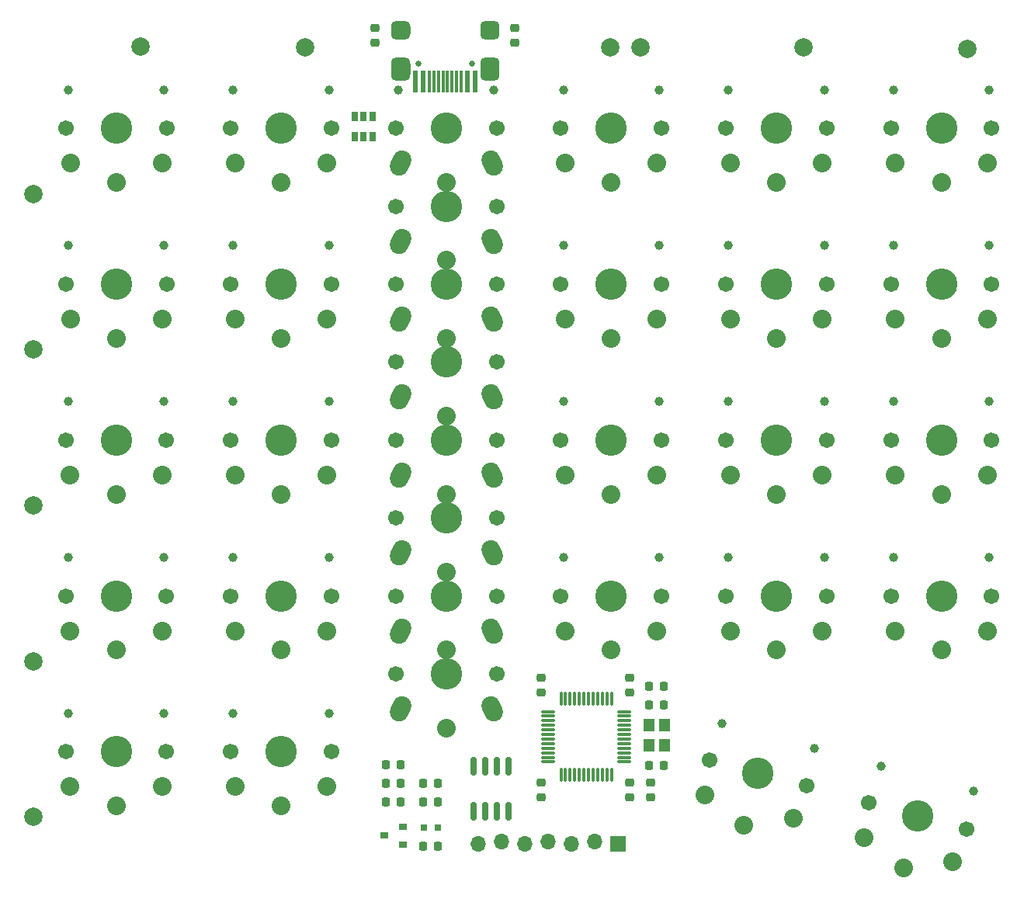
<source format=gbr>
%TF.GenerationSoftware,KiCad,Pcbnew,5.99.0-unknown-3de60231db~128~ubuntu21.04.1*%
%TF.CreationDate,2021-05-22T07:34:53+02:00*%
%TF.ProjectId,dzzy,647a7a79-2e6b-4696-9361-645f70636258,rev?*%
%TF.SameCoordinates,Original*%
%TF.FileFunction,Soldermask,Top*%
%TF.FilePolarity,Negative*%
%FSLAX46Y46*%
G04 Gerber Fmt 4.6, Leading zero omitted, Abs format (unit mm)*
G04 Created by KiCad (PCBNEW 5.99.0-unknown-3de60231db~128~ubuntu21.04.1) date 2021-05-22 07:34:53*
%MOMM*%
%LPD*%
G01*
G04 APERTURE LIST*
G04 Aperture macros list*
%AMRoundRect*
0 Rectangle with rounded corners*
0 $1 Rounding radius*
0 $2 $3 $4 $5 $6 $7 $8 $9 X,Y pos of 4 corners*
0 Add a 4 corners polygon primitive as box body*
4,1,4,$2,$3,$4,$5,$6,$7,$8,$9,$2,$3,0*
0 Add four circle primitives for the rounded corners*
1,1,$1+$1,$2,$3*
1,1,$1+$1,$4,$5*
1,1,$1+$1,$6,$7*
1,1,$1+$1,$8,$9*
0 Add four rect primitives between the rounded corners*
20,1,$1+$1,$2,$3,$4,$5,0*
20,1,$1+$1,$4,$5,$6,$7,0*
20,1,$1+$1,$6,$7,$8,$9,0*
20,1,$1+$1,$8,$9,$2,$3,0*%
%AMHorizOval*
0 Thick line with rounded ends*
0 $1 width*
0 $2 $3 position (X,Y) of the first rounded end (center of the circle)*
0 $4 $5 position (X,Y) of the second rounded end (center of the circle)*
0 Add line between two ends*
20,1,$1,$2,$3,$4,$5,0*
0 Add two circle primitives to create the rounded ends*
1,1,$1,$2,$3*
1,1,$1,$4,$5*%
G04 Aperture macros list end*
%ADD10R,0.650000X1.060000*%
%ADD11C,0.990600*%
%ADD12C,1.701800*%
%ADD13C,3.429000*%
%ADD14C,2.032000*%
%ADD15HorizOval,2.032000X-0.162285X0.348022X0.162285X-0.348022X0*%
%ADD16HorizOval,2.032000X-0.162285X-0.348022X0.162285X0.348022X0*%
%ADD17RoundRect,0.218750X-0.256250X0.218750X-0.256250X-0.218750X0.256250X-0.218750X0.256250X0.218750X0*%
%ADD18RoundRect,0.218750X0.256250X-0.218750X0.256250X0.218750X-0.256250X0.218750X-0.256250X-0.218750X0*%
%ADD19RoundRect,0.218750X-0.218750X-0.256250X0.218750X-0.256250X0.218750X0.256250X-0.218750X0.256250X0*%
%ADD20RoundRect,0.150000X0.150000X-0.825000X0.150000X0.825000X-0.150000X0.825000X-0.150000X-0.825000X0*%
%ADD21RoundRect,0.218750X0.218750X0.256250X-0.218750X0.256250X-0.218750X-0.256250X0.218750X-0.256250X0*%
%ADD22C,2.000000*%
%ADD23R,1.700000X1.700000*%
%ADD24O,1.700000X1.700000*%
%ADD25R,1.200000X1.400000*%
%ADD26C,0.650000*%
%ADD27R,0.570000X2.450000*%
%ADD28R,0.300000X2.450000*%
%ADD29O,1.000000X2.100000*%
%ADD30RoundRect,0.500000X0.550000X0.500000X-0.550000X0.500000X-0.550000X-0.500000X0.550000X-0.500000X0*%
%ADD31RoundRect,0.525000X0.525000X0.725000X-0.525000X0.725000X-0.525000X-0.725000X0.525000X-0.725000X0*%
%ADD32O,1.000000X1.600000*%
%ADD33RoundRect,0.075000X0.075000X0.662500X-0.075000X0.662500X-0.075000X-0.662500X0.075000X-0.662500X0*%
%ADD34RoundRect,0.075000X0.662500X0.075000X-0.662500X0.075000X-0.662500X-0.075000X0.662500X-0.075000X0*%
%ADD35R,0.900000X0.800000*%
%ADD36R,0.797560X0.797560*%
G04 APERTURE END LIST*
D10*
%TO.C,U1*%
X87746800Y-33866000D03*
X88696800Y-33866000D03*
X89646800Y-33866000D03*
X89646800Y-31666000D03*
X88696800Y-31666000D03*
X87746800Y-31666000D03*
%TD*%
D11*
%TO.C,S11*%
X102920000Y-28800000D03*
D12*
X103200000Y-33000000D03*
D11*
X92480000Y-28800000D03*
D12*
X103200000Y-41500000D03*
D13*
X97700000Y-41500000D03*
X97700000Y-33000000D03*
D12*
X92200000Y-41500000D03*
X92200000Y-33000000D03*
D14*
X97700000Y-47400000D03*
X97700000Y-38900000D03*
D15*
X102700000Y-36800000D03*
D16*
X92700000Y-36800000D03*
D15*
X102700000Y-45300000D03*
D16*
X92700000Y-45300000D03*
%TD*%
D17*
%TO.C,C7*%
X108077000Y-104368500D03*
X108077000Y-105943500D03*
%TD*%
D12*
%TO.C,S20*%
X128200000Y-50000000D03*
D13*
X133700000Y-50000000D03*
D12*
X139200000Y-50000000D03*
D11*
X128480000Y-45800000D03*
X138920000Y-45800000D03*
D14*
X133700000Y-55900000D03*
X138700000Y-53800000D03*
X128700000Y-53800000D03*
%TD*%
D18*
%TO.C,R4*%
X89916000Y-23647500D03*
X89916000Y-22072500D03*
%TD*%
D19*
%TO.C,C13*%
X95224500Y-106426000D03*
X96799500Y-106426000D03*
%TD*%
D20*
%TO.C,U3*%
X100711000Y-107504000D03*
X101981000Y-107504000D03*
X103251000Y-107504000D03*
X104521000Y-107504000D03*
X104521000Y-102554000D03*
X103251000Y-102554000D03*
X101981000Y-102554000D03*
X100711000Y-102554000D03*
%TD*%
D12*
%TO.C,S25*%
X146200000Y-50000000D03*
D13*
X151700000Y-50000000D03*
D11*
X156920000Y-45800000D03*
X146480000Y-45800000D03*
D12*
X157200000Y-50000000D03*
D14*
X151700000Y-55900000D03*
X146700000Y-53800000D03*
X156700000Y-53800000D03*
%TD*%
D21*
%TO.C,R2*%
X95224500Y-104394000D03*
X96799500Y-104394000D03*
%TD*%
D11*
%TO.C,S10*%
X84920000Y-96800000D03*
D13*
X79700000Y-101000000D03*
D11*
X74480000Y-96800000D03*
D12*
X85200000Y-101000000D03*
X74200000Y-101000000D03*
D14*
X79700000Y-106900000D03*
X84700000Y-104800000D03*
X74700000Y-104800000D03*
%TD*%
D13*
%TO.C,S13*%
X97700000Y-75500000D03*
D12*
X92200000Y-75500000D03*
D13*
X97700000Y-67000000D03*
D12*
X92200000Y-67000000D03*
X103200000Y-75500000D03*
X103200000Y-67000000D03*
D14*
X97700000Y-72900000D03*
X97700000Y-81400000D03*
D16*
X92700000Y-70800000D03*
D15*
X102700000Y-70800000D03*
D16*
X92700000Y-79300000D03*
D15*
X102700000Y-79300000D03*
%TD*%
D12*
%TO.C,S4*%
X67200000Y-84000000D03*
D11*
X66920000Y-79800000D03*
D13*
X61700000Y-84000000D03*
D11*
X56480000Y-79800000D03*
D12*
X56200000Y-84000000D03*
D14*
X61700000Y-89900000D03*
X56700000Y-87800000D03*
X66700000Y-87800000D03*
%TD*%
D22*
%TO.C,TP9*%
X52700000Y-108100000D03*
%TD*%
D17*
%TO.C,C12*%
X120015000Y-104381500D03*
X120015000Y-105956500D03*
%TD*%
D22*
%TO.C,TP8*%
X52700000Y-91100000D03*
%TD*%
%TO.C,TP14*%
X136652000Y-24130000D03*
%TD*%
D11*
%TO.C,S6*%
X74480000Y-28800000D03*
X84920000Y-28800000D03*
D12*
X85200000Y-33000000D03*
X74200000Y-33000000D03*
D13*
X79700000Y-33000000D03*
D14*
X79700000Y-38900000D03*
X74700000Y-36800000D03*
X84700000Y-36800000D03*
%TD*%
D22*
%TO.C,TP10*%
X64400000Y-24100000D03*
%TD*%
D18*
%TO.C,R3*%
X105156000Y-23647500D03*
X105156000Y-22072500D03*
%TD*%
D19*
%TO.C,R7*%
X92710100Y-104394000D03*
X91135100Y-104394000D03*
%TD*%
D12*
%TO.C,S15*%
X110200000Y-33000000D03*
X121200000Y-33000000D03*
D13*
X115700000Y-33000000D03*
D11*
X120920000Y-28800000D03*
X110480000Y-28800000D03*
D14*
X115700000Y-38900000D03*
X120700000Y-36800000D03*
X110700000Y-36800000D03*
%TD*%
D22*
%TO.C,TP11*%
X82296000Y-24130000D03*
%TD*%
D18*
%TO.C,C10*%
X117729000Y-94513500D03*
X117729000Y-92938500D03*
%TD*%
D22*
%TO.C,TP13*%
X118872000Y-24130000D03*
%TD*%
%TO.C,TP6*%
X52700000Y-57100000D03*
%TD*%
D11*
%TO.C,S21*%
X128480000Y-62800000D03*
D13*
X133700000Y-67000000D03*
D12*
X128200000Y-67000000D03*
X139200000Y-67000000D03*
D11*
X138920000Y-62800000D03*
D14*
X133700000Y-72900000D03*
X138700000Y-70800000D03*
X128700000Y-70800000D03*
%TD*%
D11*
%TO.C,S8*%
X74480000Y-62800000D03*
D12*
X85200000Y-67000000D03*
X74200000Y-67000000D03*
D13*
X79700000Y-67000000D03*
D11*
X84920000Y-62800000D03*
D14*
X79700000Y-72900000D03*
X84700000Y-70800000D03*
X74700000Y-70800000D03*
%TD*%
D19*
%TO.C,R6*%
X92710100Y-102362000D03*
X91135100Y-102362000D03*
%TD*%
D12*
%TO.C,S12*%
X103200000Y-58500000D03*
X92200000Y-58500000D03*
D13*
X97700000Y-50000000D03*
X97700000Y-58500000D03*
D12*
X92200000Y-50000000D03*
X103200000Y-50000000D03*
D14*
X97700000Y-55900000D03*
X97700000Y-64400000D03*
D15*
X102700000Y-62300000D03*
D16*
X92700000Y-53800000D03*
D15*
X102700000Y-53800000D03*
D16*
X92700000Y-62300000D03*
%TD*%
D23*
%TO.C,J1*%
X116459000Y-110998000D03*
D24*
X113919000Y-110744000D03*
X111379000Y-110998000D03*
X108839000Y-110744000D03*
X106299000Y-110998000D03*
X103759000Y-110744000D03*
X101219000Y-110998000D03*
%TD*%
D25*
%TO.C,HSE1*%
X121500000Y-100300000D03*
X121500000Y-98100000D03*
X119800000Y-98100000D03*
X119800000Y-100300000D03*
%TD*%
D11*
%TO.C,S24*%
X146480000Y-28800000D03*
X156920000Y-28800000D03*
D12*
X157200000Y-33000000D03*
D13*
X151700000Y-33000000D03*
D12*
X146200000Y-33000000D03*
D14*
X151700000Y-38900000D03*
X146700000Y-36800000D03*
X156700000Y-36800000D03*
%TD*%
D22*
%TO.C,TP7*%
X52700000Y-74100000D03*
%TD*%
D26*
%TO.C,P1*%
X94710000Y-25980000D03*
X100490000Y-25980000D03*
D27*
X100825000Y-27925000D03*
X100050000Y-27925000D03*
D28*
X98850000Y-27925000D03*
X97850000Y-27925000D03*
X97350000Y-27925000D03*
D27*
X94375000Y-27925000D03*
X95150000Y-27925000D03*
D28*
X95850000Y-27925000D03*
X96850000Y-27925000D03*
X98350000Y-27925000D03*
D29*
X93280000Y-26510000D03*
D30*
X102450000Y-22330000D03*
D31*
X102450000Y-26510000D03*
D32*
X101920000Y-22330000D03*
D31*
X92750000Y-26510000D03*
D32*
X93280000Y-22330000D03*
D30*
X92750000Y-22330000D03*
D29*
X101920000Y-26510000D03*
D28*
X99350000Y-27925000D03*
X96350000Y-27925000D03*
%TD*%
D11*
%TO.C,S9*%
X74480000Y-79800000D03*
D13*
X79700000Y-84000000D03*
D12*
X85200000Y-84000000D03*
D11*
X84920000Y-79800000D03*
D12*
X74200000Y-84000000D03*
D14*
X79700000Y-89900000D03*
X84700000Y-87800000D03*
X74700000Y-87800000D03*
%TD*%
D12*
%TO.C,S17*%
X110200000Y-67000000D03*
D11*
X110480000Y-62800000D03*
D12*
X121200000Y-67000000D03*
D11*
X120920000Y-62800000D03*
D13*
X115700000Y-67000000D03*
D14*
X115700000Y-72900000D03*
X110700000Y-70800000D03*
X120700000Y-70800000D03*
%TD*%
D13*
%TO.C,S16*%
X115700000Y-50000000D03*
D11*
X110480000Y-45800000D03*
D12*
X121200000Y-50000000D03*
D11*
X120920000Y-45800000D03*
D12*
X110200000Y-50000000D03*
D14*
X115700000Y-55900000D03*
X120700000Y-53800000D03*
X110700000Y-53800000D03*
%TD*%
D21*
%TO.C,R5*%
X96799500Y-111252000D03*
X95224500Y-111252000D03*
%TD*%
D12*
%TO.C,S14*%
X92200000Y-92500000D03*
D13*
X97700000Y-84000000D03*
X97700000Y-92500000D03*
D12*
X103200000Y-92500000D03*
X92200000Y-84000000D03*
X103200000Y-84000000D03*
D14*
X97700000Y-89900000D03*
X97700000Y-98400000D03*
D16*
X92700000Y-96300000D03*
X92700000Y-87800000D03*
D15*
X102700000Y-96300000D03*
X102700000Y-87800000D03*
%TD*%
D12*
%TO.C,S28*%
X154412592Y-109423505D03*
D13*
X149100000Y-108000000D03*
D11*
X155229173Y-105294147D03*
X145144907Y-102592076D03*
D12*
X143787408Y-106576495D03*
D14*
X147572968Y-113698962D03*
X152946117Y-112964613D03*
X143286858Y-110376423D03*
%TD*%
D33*
%TO.C,U4*%
X115717000Y-103518000D03*
X115217000Y-103518000D03*
X114717000Y-103518000D03*
X114217000Y-103518000D03*
X113717000Y-103518000D03*
X113217000Y-103518000D03*
X112717000Y-103518000D03*
X112217000Y-103518000D03*
X111717000Y-103518000D03*
X111217000Y-103518000D03*
X110717000Y-103518000D03*
X110217000Y-103518000D03*
D34*
X108804500Y-102105500D03*
X108804500Y-101605500D03*
X108804500Y-101105500D03*
X108804500Y-100605500D03*
X108804500Y-100105500D03*
X108804500Y-99605500D03*
X108804500Y-99105500D03*
X108804500Y-98605500D03*
X108804500Y-98105500D03*
X108804500Y-97605500D03*
X108804500Y-97105500D03*
X108804500Y-96605500D03*
D33*
X110217000Y-95193000D03*
X110717000Y-95193000D03*
X111217000Y-95193000D03*
X111717000Y-95193000D03*
X112217000Y-95193000D03*
X112717000Y-95193000D03*
X113217000Y-95193000D03*
X113717000Y-95193000D03*
X114217000Y-95193000D03*
X114717000Y-95193000D03*
X115217000Y-95193000D03*
X115717000Y-95193000D03*
D34*
X117129500Y-96605500D03*
X117129500Y-97105500D03*
X117129500Y-97605500D03*
X117129500Y-98105500D03*
X117129500Y-98605500D03*
X117129500Y-99105500D03*
X117129500Y-99605500D03*
X117129500Y-100105500D03*
X117129500Y-100605500D03*
X117129500Y-101105500D03*
X117129500Y-101605500D03*
X117129500Y-102105500D03*
%TD*%
D11*
%TO.C,S22*%
X138920000Y-79800000D03*
X128480000Y-79800000D03*
D12*
X128200000Y-84000000D03*
X139200000Y-84000000D03*
D13*
X133700000Y-84000000D03*
D14*
X133700000Y-89900000D03*
X128700000Y-87800000D03*
X138700000Y-87800000D03*
%TD*%
D13*
%TO.C,S19*%
X133700000Y-33000000D03*
D12*
X128200000Y-33000000D03*
X139200000Y-33000000D03*
D11*
X138920000Y-28800000D03*
X128480000Y-28800000D03*
D14*
X133700000Y-38900000D03*
X138700000Y-36800000D03*
X128700000Y-36800000D03*
%TD*%
D12*
%TO.C,S18*%
X110200000Y-84000000D03*
D11*
X120920000Y-79800000D03*
D12*
X121200000Y-84000000D03*
D11*
X110480000Y-79800000D03*
D13*
X115700000Y-84000000D03*
D14*
X115700000Y-89900000D03*
X120700000Y-87800000D03*
X110700000Y-87800000D03*
%TD*%
D21*
%TO.C,C15*%
X121437500Y-102502000D03*
X119862500Y-102502000D03*
%TD*%
D13*
%TO.C,S5*%
X61700000Y-101000000D03*
D11*
X66920000Y-96800000D03*
D12*
X56200000Y-101000000D03*
D11*
X56480000Y-96800000D03*
D12*
X67200000Y-101000000D03*
D14*
X61700000Y-106900000D03*
X66700000Y-104800000D03*
X56700000Y-104800000D03*
%TD*%
D12*
%TO.C,S2*%
X56210000Y-50000000D03*
D11*
X66930000Y-45800000D03*
D12*
X67210000Y-50000000D03*
D13*
X61710000Y-50000000D03*
D11*
X56490000Y-45800000D03*
D14*
X61710000Y-55900000D03*
X66710000Y-53800000D03*
X56710000Y-53800000D03*
%TD*%
D22*
%TO.C,TP5*%
X52700000Y-40200000D03*
%TD*%
D12*
%TO.C,S23*%
X137012592Y-104723505D03*
X126387408Y-101876495D03*
D13*
X131700000Y-103300000D03*
D11*
X127744907Y-97892076D03*
X137829173Y-100594147D03*
D14*
X130172968Y-108998962D03*
X135546117Y-108264613D03*
X125886858Y-105676423D03*
%TD*%
D21*
%TO.C,C16*%
X121437500Y-93866000D03*
X119862500Y-93866000D03*
%TD*%
D13*
%TO.C,S7*%
X79700000Y-50000000D03*
D12*
X85200000Y-50000000D03*
X74200000Y-50000000D03*
D11*
X84920000Y-45800000D03*
X74480000Y-45800000D03*
D14*
X79700000Y-55900000D03*
X84700000Y-53800000D03*
X74700000Y-53800000D03*
%TD*%
D13*
%TO.C,S26*%
X151700000Y-67000000D03*
D12*
X146200000Y-67000000D03*
D11*
X156920000Y-62800000D03*
D12*
X157200000Y-67000000D03*
D11*
X146480000Y-62800000D03*
D14*
X151700000Y-72900000D03*
X146700000Y-70800000D03*
X156700000Y-70800000D03*
%TD*%
D18*
%TO.C,C11*%
X108077000Y-94513500D03*
X108077000Y-92938500D03*
%TD*%
D35*
%TO.C,U2*%
X92948000Y-111089589D03*
X92948000Y-109189589D03*
X90948000Y-110139589D03*
%TD*%
D36*
%TO.C,D7*%
X95262700Y-109220000D03*
X96761300Y-109220000D03*
%TD*%
D19*
%TO.C,C9*%
X91160500Y-106426000D03*
X92735500Y-106426000D03*
%TD*%
D22*
%TO.C,TP15*%
X154500000Y-24300000D03*
%TD*%
D13*
%TO.C,S27*%
X151700000Y-84000000D03*
D12*
X146200000Y-84000000D03*
D11*
X156920000Y-79800000D03*
D12*
X157200000Y-84000000D03*
D11*
X146480000Y-79800000D03*
D14*
X151700000Y-89900000D03*
X156700000Y-87800000D03*
X146700000Y-87800000D03*
%TD*%
D17*
%TO.C,C8*%
X117729000Y-104381500D03*
X117729000Y-105956500D03*
%TD*%
D22*
%TO.C,TP12*%
X115570000Y-24130000D03*
%TD*%
D19*
%TO.C,R12*%
X119862500Y-95898000D03*
X121437500Y-95898000D03*
%TD*%
D11*
%TO.C,S1*%
X56490000Y-28800000D03*
X66930000Y-28800000D03*
D12*
X56210000Y-33000000D03*
X67210000Y-33000000D03*
D13*
X61710000Y-33000000D03*
D14*
X61710000Y-38900000D03*
X56710000Y-36800000D03*
X66710000Y-36800000D03*
%TD*%
D11*
%TO.C,S3*%
X66920000Y-62800000D03*
X56480000Y-62800000D03*
D12*
X56200000Y-67000000D03*
X67200000Y-67000000D03*
D13*
X61700000Y-67000000D03*
D14*
X61700000Y-72900000D03*
X56700000Y-70800000D03*
X66700000Y-70800000D03*
%TD*%
M02*

</source>
